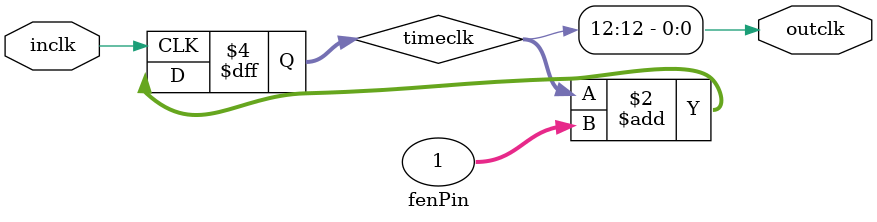
<source format=v>
module fenPin(
    input inclk,
    output outclk
    );
    
    reg [31:0]timeclk;
    
    assign outclk = timeclk[12];
    
    initial begin
    timeclk = 0;
    end
    
    always@(posedge inclk)begin
    timeclk = timeclk +1;
    end

    
endmodule
</source>
